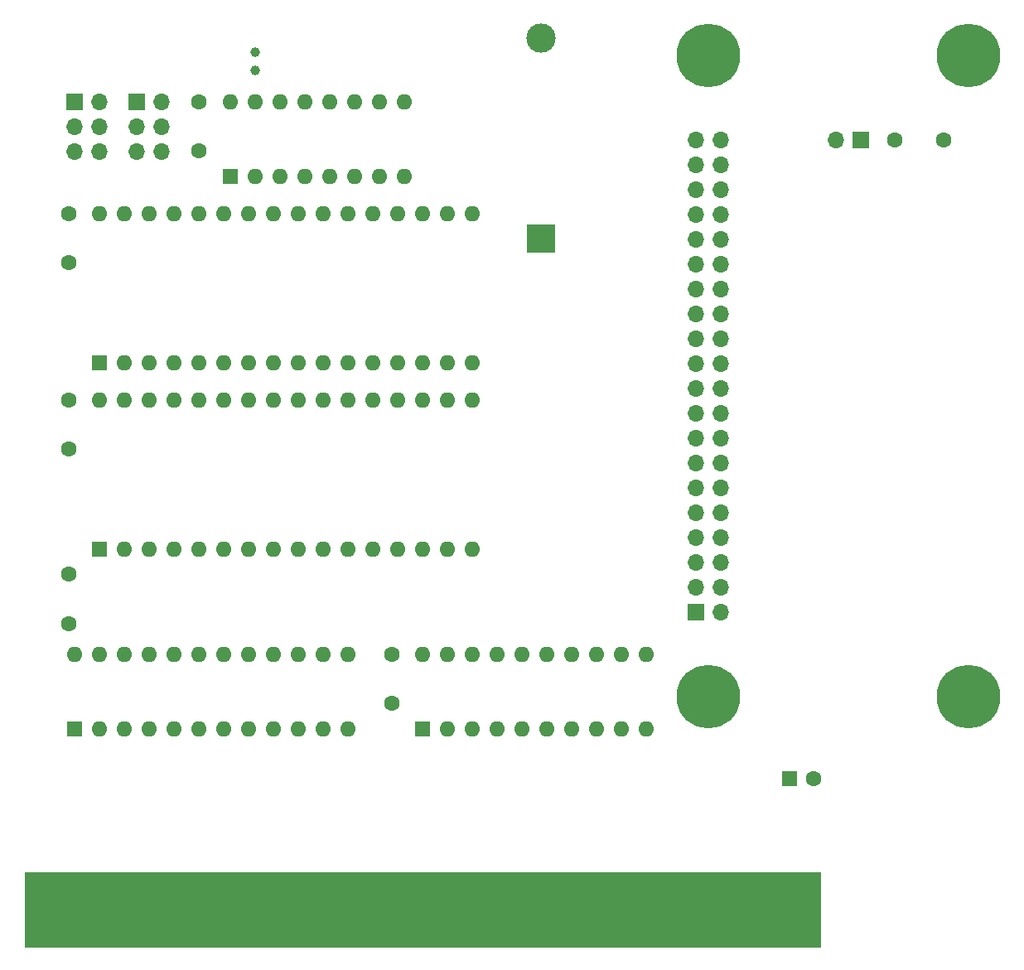
<source format=gts>
%TF.GenerationSoftware,KiCad,Pcbnew,(5.1.9)-1*%
%TF.CreationDate,2021-08-26T14:40:19+08:00*%
%TF.ProjectId,CF-Combo-Super-Lite,43462d43-6f6d-4626-9f2d-53757065722d,rev?*%
%TF.SameCoordinates,Original*%
%TF.FileFunction,Soldermask,Top*%
%TF.FilePolarity,Negative*%
%FSLAX46Y46*%
G04 Gerber Fmt 4.6, Leading zero omitted, Abs format (unit mm)*
G04 Created by KiCad (PCBNEW (5.1.9)-1) date 2021-08-26 14:40:19*
%MOMM*%
%LPD*%
G01*
G04 APERTURE LIST*
%ADD10C,0.100000*%
%ADD11C,1.600000*%
%ADD12O,1.700000X1.700000*%
%ADD13R,1.700000X1.700000*%
%ADD14O,1.600000X1.600000*%
%ADD15R,1.600000X1.600000*%
%ADD16C,3.000000*%
%ADD17R,3.000000X3.000000*%
%ADD18C,1.000000*%
%ADD19C,6.500000*%
%ADD20R,1.780000X7.620000*%
G04 APERTURE END LIST*
D10*
G36*
X177800000Y-142240000D02*
G01*
X96520000Y-142240000D01*
X96520000Y-134620000D01*
X177800000Y-134620000D01*
X177800000Y-142240000D01*
G37*
X177800000Y-142240000D02*
X96520000Y-142240000D01*
X96520000Y-134620000D01*
X177800000Y-134620000D01*
X177800000Y-142240000D01*
D11*
%TO.C,C6*%
X185420000Y-59817000D03*
X190420000Y-59817000D03*
%TD*%
D12*
%TO.C,J2*%
X179411000Y-59817000D03*
D13*
X181951000Y-59817000D03*
%TD*%
D11*
%TO.C,C2*%
X100965000Y-104220000D03*
X100965000Y-109220000D03*
%TD*%
D14*
%TO.C,U1*%
X104140000Y-67310000D03*
X142240000Y-82550000D03*
X106680000Y-67310000D03*
X139700000Y-82550000D03*
X109220000Y-67310000D03*
X137160000Y-82550000D03*
X111760000Y-67310000D03*
X134620000Y-82550000D03*
X114300000Y-67310000D03*
X132080000Y-82550000D03*
X116840000Y-67310000D03*
X129540000Y-82550000D03*
X119380000Y-67310000D03*
X127000000Y-82550000D03*
X121920000Y-67310000D03*
X124460000Y-82550000D03*
X124460000Y-67310000D03*
X121920000Y-82550000D03*
X127000000Y-67310000D03*
X119380000Y-82550000D03*
X129540000Y-67310000D03*
X116840000Y-82550000D03*
X132080000Y-67310000D03*
X114300000Y-82550000D03*
X134620000Y-67310000D03*
X111760000Y-82550000D03*
X137160000Y-67310000D03*
X109220000Y-82550000D03*
X139700000Y-67310000D03*
X106680000Y-82550000D03*
X142240000Y-67310000D03*
D15*
X104140000Y-82550000D03*
%TD*%
D12*
%TO.C,J5*%
X110490000Y-60960000D03*
X107950000Y-60960000D03*
X110490000Y-58420000D03*
X107950000Y-58420000D03*
X110490000Y-55880000D03*
D13*
X107950000Y-55880000D03*
%TD*%
D12*
%TO.C,J4*%
X104140000Y-60960000D03*
X101600000Y-60960000D03*
X104140000Y-58420000D03*
X101600000Y-58420000D03*
X104140000Y-55880000D03*
D13*
X101600000Y-55880000D03*
%TD*%
D14*
%TO.C,U5*%
X104140000Y-86360000D03*
X142240000Y-101600000D03*
X106680000Y-86360000D03*
X139700000Y-101600000D03*
X109220000Y-86360000D03*
X137160000Y-101600000D03*
X111760000Y-86360000D03*
X134620000Y-101600000D03*
X114300000Y-86360000D03*
X132080000Y-101600000D03*
X116840000Y-86360000D03*
X129540000Y-101600000D03*
X119380000Y-86360000D03*
X127000000Y-101600000D03*
X121920000Y-86360000D03*
X124460000Y-101600000D03*
X124460000Y-86360000D03*
X121920000Y-101600000D03*
X127000000Y-86360000D03*
X119380000Y-101600000D03*
X129540000Y-86360000D03*
X116840000Y-101600000D03*
X132080000Y-86360000D03*
X114300000Y-101600000D03*
X134620000Y-86360000D03*
X111760000Y-101600000D03*
X137160000Y-86360000D03*
X109220000Y-101600000D03*
X139700000Y-86360000D03*
X106680000Y-101600000D03*
X142240000Y-86360000D03*
D15*
X104140000Y-101600000D03*
%TD*%
D12*
%TO.C,J1*%
X167640000Y-59817000D03*
X165100000Y-59817000D03*
X167640000Y-62357000D03*
X165100000Y-62357000D03*
X167640000Y-64897000D03*
X165100000Y-64897000D03*
X167640000Y-67437000D03*
X165100000Y-67437000D03*
X167640000Y-69977000D03*
X165100000Y-69977000D03*
X167640000Y-72517000D03*
X165100000Y-72517000D03*
X167640000Y-75057000D03*
X165100000Y-75057000D03*
X167640000Y-77597000D03*
X165100000Y-77597000D03*
X167640000Y-80137000D03*
X165100000Y-80137000D03*
X167640000Y-82677000D03*
X165100000Y-82677000D03*
X167640000Y-85217000D03*
X165100000Y-85217000D03*
X167640000Y-87757000D03*
X165100000Y-87757000D03*
X167640000Y-90297000D03*
X165100000Y-90297000D03*
X167640000Y-92837000D03*
X165100000Y-92837000D03*
X167640000Y-95377000D03*
X165100000Y-95377000D03*
X167640000Y-97917000D03*
X165100000Y-97917000D03*
X167640000Y-100457000D03*
X165100000Y-100457000D03*
X167640000Y-102997000D03*
X165100000Y-102997000D03*
X167640000Y-105537000D03*
X165100000Y-105537000D03*
X167640000Y-108077000D03*
D13*
X165100000Y-108077000D03*
%TD*%
D14*
%TO.C,U3*%
X101600000Y-112395000D03*
X129540000Y-120015000D03*
X104140000Y-112395000D03*
X127000000Y-120015000D03*
X106680000Y-112395000D03*
X124460000Y-120015000D03*
X109220000Y-112395000D03*
X121920000Y-120015000D03*
X111760000Y-112395000D03*
X119380000Y-120015000D03*
X114300000Y-112395000D03*
X116840000Y-120015000D03*
X116840000Y-112395000D03*
X114300000Y-120015000D03*
X119380000Y-112395000D03*
X111760000Y-120015000D03*
X121920000Y-112395000D03*
X109220000Y-120015000D03*
X124460000Y-112395000D03*
X106680000Y-120015000D03*
X127000000Y-112395000D03*
X104140000Y-120015000D03*
X129540000Y-112395000D03*
D15*
X101600000Y-120015000D03*
%TD*%
D14*
%TO.C,U4*%
X117475000Y-55880000D03*
X135255000Y-63500000D03*
X120015000Y-55880000D03*
X132715000Y-63500000D03*
X122555000Y-55880000D03*
X130175000Y-63500000D03*
X125095000Y-55880000D03*
X127635000Y-63500000D03*
X127635000Y-55880000D03*
X125095000Y-63500000D03*
X130175000Y-55880000D03*
X122555000Y-63500000D03*
X132715000Y-55880000D03*
X120015000Y-63500000D03*
X135255000Y-55880000D03*
D15*
X117475000Y-63500000D03*
%TD*%
D16*
%TO.C,BAT1*%
X149225000Y-49360000D03*
D17*
X149225000Y-69850000D03*
%TD*%
D11*
%TO.C,C5*%
X100965000Y-91360000D03*
X100965000Y-86360000D03*
%TD*%
%TO.C,C4*%
X114300000Y-60880000D03*
X114300000Y-55880000D03*
%TD*%
D18*
%TO.C,Y1*%
X120015000Y-50805000D03*
X120015000Y-52705000D03*
%TD*%
D19*
%TO.C,H4*%
X192913000Y-116713000D03*
%TD*%
D11*
%TO.C,C7*%
X177125000Y-125095000D03*
D15*
X174625000Y-125095000D03*
%TD*%
D11*
%TO.C,C3*%
X133985000Y-117395000D03*
X133985000Y-112395000D03*
%TD*%
%TO.C,C1*%
X100965000Y-72310000D03*
X100965000Y-67310000D03*
%TD*%
D14*
%TO.C,U2*%
X137160000Y-112395000D03*
X160020000Y-120015000D03*
X139700000Y-112395000D03*
X157480000Y-120015000D03*
X142240000Y-112395000D03*
X154940000Y-120015000D03*
X144780000Y-112395000D03*
X152400000Y-120015000D03*
X147320000Y-112395000D03*
X149860000Y-120015000D03*
X149860000Y-112395000D03*
X147320000Y-120015000D03*
X152400000Y-112395000D03*
X144780000Y-120015000D03*
X154940000Y-112395000D03*
X142240000Y-120015000D03*
X157480000Y-112395000D03*
X139700000Y-120015000D03*
X160020000Y-112395000D03*
D15*
X137160000Y-120015000D03*
%TD*%
D19*
%TO.C,H3*%
X166370000Y-116713000D03*
%TD*%
%TO.C,H1*%
X166370000Y-51181000D03*
%TD*%
%TO.C,H2*%
X192913000Y-51181000D03*
%TD*%
D20*
%TO.C,J3*%
X99060000Y-138430000D03*
X101600000Y-138430000D03*
X104140000Y-138430000D03*
X106680000Y-138430000D03*
X109220000Y-138430000D03*
X111760000Y-138430000D03*
X114300000Y-138430000D03*
X116840000Y-138430000D03*
X119380000Y-138430000D03*
X121920000Y-138430000D03*
X124460000Y-138430000D03*
X127000000Y-138430000D03*
X129540000Y-138430000D03*
X132080000Y-138430000D03*
X134620000Y-138430000D03*
X137160000Y-138430000D03*
X139700000Y-138430000D03*
X142240000Y-138430000D03*
X144780000Y-138430000D03*
X147320000Y-138430000D03*
X149860000Y-138430000D03*
X152400000Y-138430000D03*
X154940000Y-138430000D03*
X157480000Y-138430000D03*
X160020000Y-138430000D03*
X162560000Y-138430000D03*
X165100000Y-138430000D03*
X167640000Y-138430000D03*
X170180000Y-138430000D03*
X172720000Y-138430000D03*
X175260000Y-138430000D03*
%TD*%
M02*

</source>
